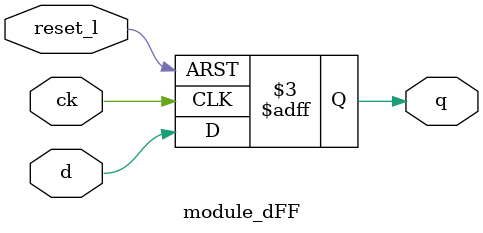
<source format=sv>
module module_dFF
    (output logic q,
    input logic d, ck, reset_l);

    always_ff @(posedge ck, negedge reset_l)
    if (~reset_l)
        q <= 0;
    else q <= d;
endmodule
</source>
